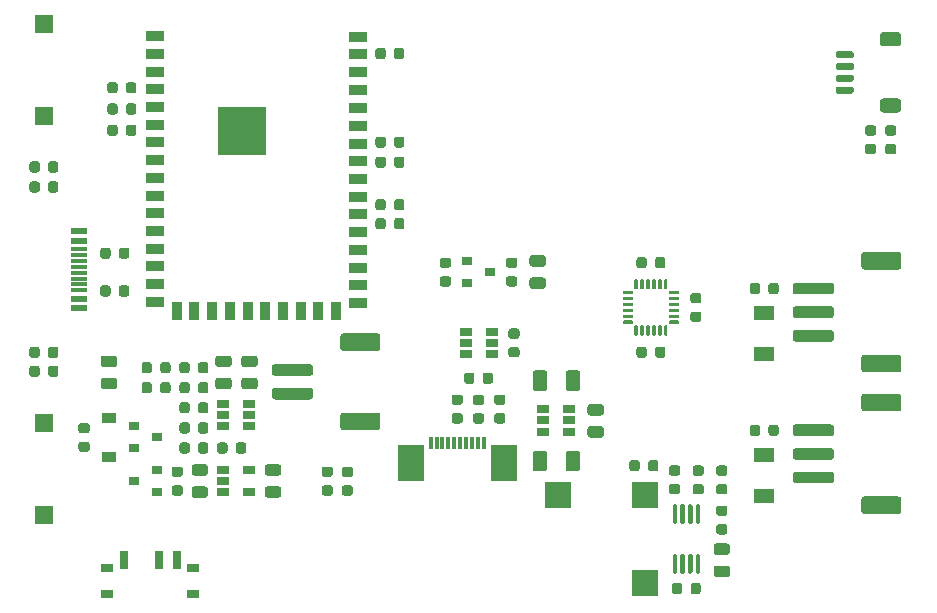
<source format=gtp>
%TF.GenerationSoftware,KiCad,Pcbnew,(5.1.6)-1*%
%TF.CreationDate,2021-03-27T23:39:17-04:00*%
%TF.ProjectId,sharptag,73686172-7074-4616-972e-6b696361645f,rev?*%
%TF.SameCoordinates,Original*%
%TF.FileFunction,Paste,Top*%
%TF.FilePolarity,Positive*%
%FSLAX46Y46*%
G04 Gerber Fmt 4.6, Leading zero omitted, Abs format (unit mm)*
G04 Created by KiCad (PCBNEW (5.1.6)-1) date 2021-03-27 23:39:17*
%MOMM*%
%LPD*%
G01*
G04 APERTURE LIST*
%ADD10R,1.450000X0.300000*%
%ADD11R,1.450000X0.600000*%
%ADD12R,1.200000X0.900000*%
%ADD13R,0.300000X1.100000*%
%ADD14R,2.300000X3.100000*%
%ADD15R,2.195000X2.195000*%
%ADD16R,0.900000X0.800000*%
%ADD17R,1.500000X1.500000*%
%ADD18R,0.700000X1.500000*%
%ADD19R,1.000000X0.800000*%
%ADD20R,1.060000X0.650000*%
%ADD21R,4.100000X4.100000*%
%ADD22R,1.500000X0.900000*%
%ADD23R,0.900000X1.500000*%
%ADD24R,1.700000X1.300000*%
G04 APERTURE END LIST*
%TO.C,R13*%
G36*
G01*
X20143750Y-18575000D02*
X20656250Y-18575000D01*
G75*
G02*
X20875000Y-18793750I0J-218750D01*
G01*
X20875000Y-19231250D01*
G75*
G02*
X20656250Y-19450000I-218750J0D01*
G01*
X20143750Y-19450000D01*
G75*
G02*
X19925000Y-19231250I0J218750D01*
G01*
X19925000Y-18793750D01*
G75*
G02*
X20143750Y-18575000I218750J0D01*
G01*
G37*
G36*
G01*
X20143750Y-20150000D02*
X20656250Y-20150000D01*
G75*
G02*
X20875000Y-20368750I0J-218750D01*
G01*
X20875000Y-20806250D01*
G75*
G02*
X20656250Y-21025000I-218750J0D01*
G01*
X20143750Y-21025000D01*
G75*
G02*
X19925000Y-20806250I0J218750D01*
G01*
X19925000Y-20368750D01*
G75*
G02*
X20143750Y-20150000I218750J0D01*
G01*
G37*
%TD*%
%TO.C,J6*%
G36*
G01*
X31650000Y-20100000D02*
X28650000Y-20100000D01*
G75*
G02*
X28400000Y-19850000I0J250000D01*
G01*
X28400000Y-19350000D01*
G75*
G02*
X28650000Y-19100000I250000J0D01*
G01*
X31650000Y-19100000D01*
G75*
G02*
X31900000Y-19350000I0J-250000D01*
G01*
X31900000Y-19850000D01*
G75*
G02*
X31650000Y-20100000I-250000J0D01*
G01*
G37*
G36*
G01*
X31650000Y-18100000D02*
X28650000Y-18100000D01*
G75*
G02*
X28400000Y-17850000I0J250000D01*
G01*
X28400000Y-17350000D01*
G75*
G02*
X28650000Y-17100000I250000J0D01*
G01*
X31650000Y-17100000D01*
G75*
G02*
X31900000Y-17350000I0J-250000D01*
G01*
X31900000Y-17850000D01*
G75*
G02*
X31650000Y-18100000I-250000J0D01*
G01*
G37*
G36*
G01*
X31650000Y-16100000D02*
X28650000Y-16100000D01*
G75*
G02*
X28400000Y-15850000I0J250000D01*
G01*
X28400000Y-15350000D01*
G75*
G02*
X28650000Y-15100000I250000J0D01*
G01*
X31650000Y-15100000D01*
G75*
G02*
X31900000Y-15350000I0J-250000D01*
G01*
X31900000Y-15850000D01*
G75*
G02*
X31650000Y-16100000I-250000J0D01*
G01*
G37*
G36*
G01*
X37350000Y-22700000D02*
X34450000Y-22700000D01*
G75*
G02*
X34200000Y-22450000I0J250000D01*
G01*
X34200000Y-21450000D01*
G75*
G02*
X34450000Y-21200000I250000J0D01*
G01*
X37350000Y-21200000D01*
G75*
G02*
X37600000Y-21450000I0J-250000D01*
G01*
X37600000Y-22450000D01*
G75*
G02*
X37350000Y-22700000I-250000J0D01*
G01*
G37*
G36*
G01*
X37350000Y-14000000D02*
X34450000Y-14000000D01*
G75*
G02*
X34200000Y-13750000I0J250000D01*
G01*
X34200000Y-12750000D01*
G75*
G02*
X34450000Y-12500000I250000J0D01*
G01*
X37350000Y-12500000D01*
G75*
G02*
X37600000Y-12750000I0J-250000D01*
G01*
X37600000Y-13750000D01*
G75*
G02*
X37350000Y-14000000I-250000J0D01*
G01*
G37*
%TD*%
%TO.C,J3*%
G36*
G01*
X-12450000Y-13000000D02*
X-15450000Y-13000000D01*
G75*
G02*
X-15700000Y-12750000I0J250000D01*
G01*
X-15700000Y-12250000D01*
G75*
G02*
X-15450000Y-12000000I250000J0D01*
G01*
X-12450000Y-12000000D01*
G75*
G02*
X-12200000Y-12250000I0J-250000D01*
G01*
X-12200000Y-12750000D01*
G75*
G02*
X-12450000Y-13000000I-250000J0D01*
G01*
G37*
G36*
G01*
X-12450000Y-11000000D02*
X-15450000Y-11000000D01*
G75*
G02*
X-15700000Y-10750000I0J250000D01*
G01*
X-15700000Y-10250000D01*
G75*
G02*
X-15450000Y-10000000I250000J0D01*
G01*
X-12450000Y-10000000D01*
G75*
G02*
X-12200000Y-10250000I0J-250000D01*
G01*
X-12200000Y-10750000D01*
G75*
G02*
X-12450000Y-11000000I-250000J0D01*
G01*
G37*
G36*
G01*
X-6750000Y-15600000D02*
X-9650000Y-15600000D01*
G75*
G02*
X-9900000Y-15350000I0J250000D01*
G01*
X-9900000Y-14350000D01*
G75*
G02*
X-9650000Y-14100000I250000J0D01*
G01*
X-6750000Y-14100000D01*
G75*
G02*
X-6500000Y-14350000I0J-250000D01*
G01*
X-6500000Y-15350000D01*
G75*
G02*
X-6750000Y-15600000I-250000J0D01*
G01*
G37*
G36*
G01*
X-6750000Y-8900000D02*
X-9650000Y-8900000D01*
G75*
G02*
X-9900000Y-8650000I0J250000D01*
G01*
X-9900000Y-7650000D01*
G75*
G02*
X-9650000Y-7400000I250000J0D01*
G01*
X-6750000Y-7400000D01*
G75*
G02*
X-6500000Y-7650000I0J-250000D01*
G01*
X-6500000Y-8650000D01*
G75*
G02*
X-6750000Y-8900000I-250000J0D01*
G01*
G37*
%TD*%
D10*
%TO.C,J1*%
X-32055000Y-1750000D03*
X-32055000Y-3750000D03*
X-32055000Y-3250000D03*
X-32055000Y-2750000D03*
X-32055000Y-2250000D03*
X-32055000Y-1250000D03*
X-32055000Y-750000D03*
X-32055000Y-250000D03*
D11*
X-32055000Y-5250000D03*
X-32055000Y-4450000D03*
X-32055000Y450000D03*
X-32055000Y1250000D03*
X-32055000Y1250000D03*
X-32055000Y450000D03*
X-32055000Y-4450000D03*
X-32055000Y-5250000D03*
%TD*%
%TO.C,C1*%
G36*
G01*
X256250Y-13450000D02*
X-256250Y-13450000D01*
G75*
G02*
X-475000Y-13231250I0J218750D01*
G01*
X-475000Y-12793750D01*
G75*
G02*
X-256250Y-12575000I218750J0D01*
G01*
X256250Y-12575000D01*
G75*
G02*
X475000Y-12793750I0J-218750D01*
G01*
X475000Y-13231250D01*
G75*
G02*
X256250Y-13450000I-218750J0D01*
G01*
G37*
G36*
G01*
X256250Y-15025000D02*
X-256250Y-15025000D01*
G75*
G02*
X-475000Y-14806250I0J218750D01*
G01*
X-475000Y-14368750D01*
G75*
G02*
X-256250Y-14150000I218750J0D01*
G01*
X256250Y-14150000D01*
G75*
G02*
X475000Y-14368750I0J-218750D01*
G01*
X475000Y-14806250D01*
G75*
G02*
X256250Y-15025000I-218750J0D01*
G01*
G37*
%TD*%
%TO.C,C2*%
G36*
G01*
X-17143750Y-12125000D02*
X-18056250Y-12125000D01*
G75*
G02*
X-18300000Y-11881250I0J243750D01*
G01*
X-18300000Y-11393750D01*
G75*
G02*
X-18056250Y-11150000I243750J0D01*
G01*
X-17143750Y-11150000D01*
G75*
G02*
X-16900000Y-11393750I0J-243750D01*
G01*
X-16900000Y-11881250D01*
G75*
G02*
X-17143750Y-12125000I-243750J0D01*
G01*
G37*
G36*
G01*
X-17143750Y-10250000D02*
X-18056250Y-10250000D01*
G75*
G02*
X-18300000Y-10006250I0J243750D01*
G01*
X-18300000Y-9518750D01*
G75*
G02*
X-18056250Y-9275000I243750J0D01*
G01*
X-17143750Y-9275000D01*
G75*
G02*
X-16900000Y-9518750I0J-243750D01*
G01*
X-16900000Y-10006250D01*
G75*
G02*
X-17143750Y-10250000I-243750J0D01*
G01*
G37*
%TD*%
%TO.C,C3*%
G36*
G01*
X3856250Y-15025000D02*
X3343750Y-15025000D01*
G75*
G02*
X3125000Y-14806250I0J218750D01*
G01*
X3125000Y-14368750D01*
G75*
G02*
X3343750Y-14150000I218750J0D01*
G01*
X3856250Y-14150000D01*
G75*
G02*
X4075000Y-14368750I0J-218750D01*
G01*
X4075000Y-14806250D01*
G75*
G02*
X3856250Y-15025000I-218750J0D01*
G01*
G37*
G36*
G01*
X3856250Y-13450000D02*
X3343750Y-13450000D01*
G75*
G02*
X3125000Y-13231250I0J218750D01*
G01*
X3125000Y-12793750D01*
G75*
G02*
X3343750Y-12575000I218750J0D01*
G01*
X3856250Y-12575000D01*
G75*
G02*
X4075000Y-12793750I0J-218750D01*
G01*
X4075000Y-13231250D01*
G75*
G02*
X3856250Y-13450000I-218750J0D01*
G01*
G37*
%TD*%
%TO.C,C4*%
G36*
G01*
X2056250Y-13450000D02*
X1543750Y-13450000D01*
G75*
G02*
X1325000Y-13231250I0J218750D01*
G01*
X1325000Y-12793750D01*
G75*
G02*
X1543750Y-12575000I218750J0D01*
G01*
X2056250Y-12575000D01*
G75*
G02*
X2275000Y-12793750I0J-218750D01*
G01*
X2275000Y-13231250D01*
G75*
G02*
X2056250Y-13450000I-218750J0D01*
G01*
G37*
G36*
G01*
X2056250Y-15025000D02*
X1543750Y-15025000D01*
G75*
G02*
X1325000Y-14806250I0J218750D01*
G01*
X1325000Y-14368750D01*
G75*
G02*
X1543750Y-14150000I218750J0D01*
G01*
X2056250Y-14150000D01*
G75*
G02*
X2275000Y-14368750I0J-218750D01*
G01*
X2275000Y-14806250D01*
G75*
G02*
X2056250Y-15025000I-218750J0D01*
G01*
G37*
%TD*%
%TO.C,C5*%
G36*
G01*
X-19343750Y-10250000D02*
X-20256250Y-10250000D01*
G75*
G02*
X-20500000Y-10006250I0J243750D01*
G01*
X-20500000Y-9518750D01*
G75*
G02*
X-20256250Y-9275000I243750J0D01*
G01*
X-19343750Y-9275000D01*
G75*
G02*
X-19100000Y-9518750I0J-243750D01*
G01*
X-19100000Y-10006250D01*
G75*
G02*
X-19343750Y-10250000I-243750J0D01*
G01*
G37*
G36*
G01*
X-19343750Y-12125000D02*
X-20256250Y-12125000D01*
G75*
G02*
X-20500000Y-11881250I0J243750D01*
G01*
X-20500000Y-11393750D01*
G75*
G02*
X-20256250Y-11150000I243750J0D01*
G01*
X-19343750Y-11150000D01*
G75*
G02*
X-19100000Y-11393750I0J-243750D01*
G01*
X-19100000Y-11881250D01*
G75*
G02*
X-19343750Y-12125000I-243750J0D01*
G01*
G37*
%TD*%
%TO.C,C6*%
G36*
G01*
X22143750Y-18575000D02*
X22656250Y-18575000D01*
G75*
G02*
X22875000Y-18793750I0J-218750D01*
G01*
X22875000Y-19231250D01*
G75*
G02*
X22656250Y-19450000I-218750J0D01*
G01*
X22143750Y-19450000D01*
G75*
G02*
X21925000Y-19231250I0J218750D01*
G01*
X21925000Y-18793750D01*
G75*
G02*
X22143750Y-18575000I218750J0D01*
G01*
G37*
G36*
G01*
X22143750Y-20150000D02*
X22656250Y-20150000D01*
G75*
G02*
X22875000Y-20368750I0J-218750D01*
G01*
X22875000Y-20806250D01*
G75*
G02*
X22656250Y-21025000I-218750J0D01*
G01*
X22143750Y-21025000D01*
G75*
G02*
X21925000Y-20806250I0J218750D01*
G01*
X21925000Y-20368750D01*
G75*
G02*
X22143750Y-20150000I218750J0D01*
G01*
G37*
%TD*%
%TO.C,C7*%
G36*
G01*
X15450000Y-18343750D02*
X15450000Y-18856250D01*
G75*
G02*
X15231250Y-19075000I-218750J0D01*
G01*
X14793750Y-19075000D01*
G75*
G02*
X14575000Y-18856250I0J218750D01*
G01*
X14575000Y-18343750D01*
G75*
G02*
X14793750Y-18125000I218750J0D01*
G01*
X15231250Y-18125000D01*
G75*
G02*
X15450000Y-18343750I0J-218750D01*
G01*
G37*
G36*
G01*
X17025000Y-18343750D02*
X17025000Y-18856250D01*
G75*
G02*
X16806250Y-19075000I-218750J0D01*
G01*
X16368750Y-19075000D01*
G75*
G02*
X16150000Y-18856250I0J218750D01*
G01*
X16150000Y-18343750D01*
G75*
G02*
X16368750Y-18125000I218750J0D01*
G01*
X16806250Y-18125000D01*
G75*
G02*
X17025000Y-18343750I0J-218750D01*
G01*
G37*
%TD*%
%TO.C,C8*%
G36*
G01*
X-21343750Y-21325000D02*
X-22256250Y-21325000D01*
G75*
G02*
X-22500000Y-21081250I0J243750D01*
G01*
X-22500000Y-20593750D01*
G75*
G02*
X-22256250Y-20350000I243750J0D01*
G01*
X-21343750Y-20350000D01*
G75*
G02*
X-21100000Y-20593750I0J-243750D01*
G01*
X-21100000Y-21081250D01*
G75*
G02*
X-21343750Y-21325000I-243750J0D01*
G01*
G37*
G36*
G01*
X-21343750Y-19450000D02*
X-22256250Y-19450000D01*
G75*
G02*
X-22500000Y-19206250I0J243750D01*
G01*
X-22500000Y-18718750D01*
G75*
G02*
X-22256250Y-18475000I243750J0D01*
G01*
X-21343750Y-18475000D01*
G75*
G02*
X-21100000Y-18718750I0J-243750D01*
G01*
X-21100000Y-19206250D01*
G75*
G02*
X-21343750Y-19450000I-243750J0D01*
G01*
G37*
%TD*%
%TO.C,C9*%
G36*
G01*
X-16056250Y-20350000D02*
X-15143750Y-20350000D01*
G75*
G02*
X-14900000Y-20593750I0J-243750D01*
G01*
X-14900000Y-21081250D01*
G75*
G02*
X-15143750Y-21325000I-243750J0D01*
G01*
X-16056250Y-21325000D01*
G75*
G02*
X-16300000Y-21081250I0J243750D01*
G01*
X-16300000Y-20593750D01*
G75*
G02*
X-16056250Y-20350000I243750J0D01*
G01*
G37*
G36*
G01*
X-16056250Y-18475000D02*
X-15143750Y-18475000D01*
G75*
G02*
X-14900000Y-18718750I0J-243750D01*
G01*
X-14900000Y-19206250D01*
G75*
G02*
X-15143750Y-19450000I-243750J0D01*
G01*
X-16056250Y-19450000D01*
G75*
G02*
X-16300000Y-19206250I0J243750D01*
G01*
X-16300000Y-18718750D01*
G75*
G02*
X-16056250Y-18475000I243750J0D01*
G01*
G37*
%TD*%
%TO.C,C10*%
G36*
G01*
X18175000Y-29256250D02*
X18175000Y-28743750D01*
G75*
G02*
X18393750Y-28525000I218750J0D01*
G01*
X18831250Y-28525000D01*
G75*
G02*
X19050000Y-28743750I0J-218750D01*
G01*
X19050000Y-29256250D01*
G75*
G02*
X18831250Y-29475000I-218750J0D01*
G01*
X18393750Y-29475000D01*
G75*
G02*
X18175000Y-29256250I0J218750D01*
G01*
G37*
G36*
G01*
X19750000Y-29256250D02*
X19750000Y-28743750D01*
G75*
G02*
X19968750Y-28525000I218750J0D01*
G01*
X20406250Y-28525000D01*
G75*
G02*
X20625000Y-28743750I0J-218750D01*
G01*
X20625000Y-29256250D01*
G75*
G02*
X20406250Y-29475000I-218750J0D01*
G01*
X19968750Y-29475000D01*
G75*
G02*
X19750000Y-29256250I0J218750D01*
G01*
G37*
%TD*%
%TO.C,C11*%
G36*
G01*
X21943750Y-25175000D02*
X22856250Y-25175000D01*
G75*
G02*
X23100000Y-25418750I0J-243750D01*
G01*
X23100000Y-25906250D01*
G75*
G02*
X22856250Y-26150000I-243750J0D01*
G01*
X21943750Y-26150000D01*
G75*
G02*
X21700000Y-25906250I0J243750D01*
G01*
X21700000Y-25418750D01*
G75*
G02*
X21943750Y-25175000I243750J0D01*
G01*
G37*
G36*
G01*
X21943750Y-27050000D02*
X22856250Y-27050000D01*
G75*
G02*
X23100000Y-27293750I0J-243750D01*
G01*
X23100000Y-27781250D01*
G75*
G02*
X22856250Y-28025000I-243750J0D01*
G01*
X21943750Y-28025000D01*
G75*
G02*
X21700000Y-27781250I0J243750D01*
G01*
X21700000Y-27293750D01*
G75*
G02*
X21943750Y-27050000I243750J0D01*
G01*
G37*
%TD*%
%TO.C,C12*%
G36*
G01*
X-5350000Y1643750D02*
X-5350000Y2156250D01*
G75*
G02*
X-5131250Y2375000I218750J0D01*
G01*
X-4693750Y2375000D01*
G75*
G02*
X-4475000Y2156250I0J-218750D01*
G01*
X-4475000Y1643750D01*
G75*
G02*
X-4693750Y1425000I-218750J0D01*
G01*
X-5131250Y1425000D01*
G75*
G02*
X-5350000Y1643750I0J218750D01*
G01*
G37*
G36*
G01*
X-6925000Y1643750D02*
X-6925000Y2156250D01*
G75*
G02*
X-6706250Y2375000I218750J0D01*
G01*
X-6268750Y2375000D01*
G75*
G02*
X-6050000Y2156250I0J-218750D01*
G01*
X-6050000Y1643750D01*
G75*
G02*
X-6268750Y1425000I-218750J0D01*
G01*
X-6706250Y1425000D01*
G75*
G02*
X-6925000Y1643750I0J218750D01*
G01*
G37*
%TD*%
%TO.C,C13*%
G36*
G01*
X6375000Y-18825000D02*
X6375000Y-17575000D01*
G75*
G02*
X6625000Y-17325000I250000J0D01*
G01*
X7375000Y-17325000D01*
G75*
G02*
X7625000Y-17575000I0J-250000D01*
G01*
X7625000Y-18825000D01*
G75*
G02*
X7375000Y-19075000I-250000J0D01*
G01*
X6625000Y-19075000D01*
G75*
G02*
X6375000Y-18825000I0J250000D01*
G01*
G37*
G36*
G01*
X9175000Y-18825000D02*
X9175000Y-17575000D01*
G75*
G02*
X9425000Y-17325000I250000J0D01*
G01*
X10175000Y-17325000D01*
G75*
G02*
X10425000Y-17575000I0J-250000D01*
G01*
X10425000Y-18825000D01*
G75*
G02*
X10175000Y-19075000I-250000J0D01*
G01*
X9425000Y-19075000D01*
G75*
G02*
X9175000Y-18825000I0J250000D01*
G01*
G37*
%TD*%
%TO.C,C14*%
G36*
G01*
X-23525000Y-10556250D02*
X-23525000Y-10043750D01*
G75*
G02*
X-23306250Y-9825000I218750J0D01*
G01*
X-22868750Y-9825000D01*
G75*
G02*
X-22650000Y-10043750I0J-218750D01*
G01*
X-22650000Y-10556250D01*
G75*
G02*
X-22868750Y-10775000I-218750J0D01*
G01*
X-23306250Y-10775000D01*
G75*
G02*
X-23525000Y-10556250I0J218750D01*
G01*
G37*
G36*
G01*
X-21950000Y-10556250D02*
X-21950000Y-10043750D01*
G75*
G02*
X-21731250Y-9825000I218750J0D01*
G01*
X-21293750Y-9825000D01*
G75*
G02*
X-21075000Y-10043750I0J-218750D01*
G01*
X-21075000Y-10556250D01*
G75*
G02*
X-21293750Y-10775000I-218750J0D01*
G01*
X-21731250Y-10775000D01*
G75*
G02*
X-21950000Y-10556250I0J218750D01*
G01*
G37*
%TD*%
%TO.C,C15*%
G36*
G01*
X16050000Y-8743750D02*
X16050000Y-9256250D01*
G75*
G02*
X15831250Y-9475000I-218750J0D01*
G01*
X15393750Y-9475000D01*
G75*
G02*
X15175000Y-9256250I0J218750D01*
G01*
X15175000Y-8743750D01*
G75*
G02*
X15393750Y-8525000I218750J0D01*
G01*
X15831250Y-8525000D01*
G75*
G02*
X16050000Y-8743750I0J-218750D01*
G01*
G37*
G36*
G01*
X17625000Y-8743750D02*
X17625000Y-9256250D01*
G75*
G02*
X17406250Y-9475000I-218750J0D01*
G01*
X16968750Y-9475000D01*
G75*
G02*
X16750000Y-9256250I0J218750D01*
G01*
X16750000Y-8743750D01*
G75*
G02*
X16968750Y-8525000I218750J0D01*
G01*
X17406250Y-8525000D01*
G75*
G02*
X17625000Y-8743750I0J-218750D01*
G01*
G37*
%TD*%
%TO.C,C16*%
G36*
G01*
X16050000Y-1143750D02*
X16050000Y-1656250D01*
G75*
G02*
X15831250Y-1875000I-218750J0D01*
G01*
X15393750Y-1875000D01*
G75*
G02*
X15175000Y-1656250I0J218750D01*
G01*
X15175000Y-1143750D01*
G75*
G02*
X15393750Y-925000I218750J0D01*
G01*
X15831250Y-925000D01*
G75*
G02*
X16050000Y-1143750I0J-218750D01*
G01*
G37*
G36*
G01*
X17625000Y-1143750D02*
X17625000Y-1656250D01*
G75*
G02*
X17406250Y-1875000I-218750J0D01*
G01*
X16968750Y-1875000D01*
G75*
G02*
X16750000Y-1656250I0J218750D01*
G01*
X16750000Y-1143750D01*
G75*
G02*
X16968750Y-925000I218750J0D01*
G01*
X17406250Y-925000D01*
G75*
G02*
X17625000Y-1143750I0J-218750D01*
G01*
G37*
%TD*%
%TO.C,C17*%
G36*
G01*
X11261750Y-15250000D02*
X12174250Y-15250000D01*
G75*
G02*
X12418000Y-15493750I0J-243750D01*
G01*
X12418000Y-15981250D01*
G75*
G02*
X12174250Y-16225000I-243750J0D01*
G01*
X11261750Y-16225000D01*
G75*
G02*
X11018000Y-15981250I0J243750D01*
G01*
X11018000Y-15493750D01*
G75*
G02*
X11261750Y-15250000I243750J0D01*
G01*
G37*
G36*
G01*
X11261750Y-13375000D02*
X12174250Y-13375000D01*
G75*
G02*
X12418000Y-13618750I0J-243750D01*
G01*
X12418000Y-14106250D01*
G75*
G02*
X12174250Y-14350000I-243750J0D01*
G01*
X11261750Y-14350000D01*
G75*
G02*
X11018000Y-14106250I0J243750D01*
G01*
X11018000Y-13618750D01*
G75*
G02*
X11261750Y-13375000I243750J0D01*
G01*
G37*
%TD*%
%TO.C,C18*%
G36*
G01*
X20456250Y-6425000D02*
X19943750Y-6425000D01*
G75*
G02*
X19725000Y-6206250I0J218750D01*
G01*
X19725000Y-5768750D01*
G75*
G02*
X19943750Y-5550000I218750J0D01*
G01*
X20456250Y-5550000D01*
G75*
G02*
X20675000Y-5768750I0J-218750D01*
G01*
X20675000Y-6206250D01*
G75*
G02*
X20456250Y-6425000I-218750J0D01*
G01*
G37*
G36*
G01*
X20456250Y-4850000D02*
X19943750Y-4850000D01*
G75*
G02*
X19725000Y-4631250I0J218750D01*
G01*
X19725000Y-4193750D01*
G75*
G02*
X19943750Y-3975000I218750J0D01*
G01*
X20456250Y-3975000D01*
G75*
G02*
X20675000Y-4193750I0J-218750D01*
G01*
X20675000Y-4631250D01*
G75*
G02*
X20456250Y-4850000I-218750J0D01*
G01*
G37*
%TD*%
%TO.C,C19*%
G36*
G01*
X9175000Y-12025000D02*
X9175000Y-10775000D01*
G75*
G02*
X9425000Y-10525000I250000J0D01*
G01*
X10175000Y-10525000D01*
G75*
G02*
X10425000Y-10775000I0J-250000D01*
G01*
X10425000Y-12025000D01*
G75*
G02*
X10175000Y-12275000I-250000J0D01*
G01*
X9425000Y-12275000D01*
G75*
G02*
X9175000Y-12025000I0J250000D01*
G01*
G37*
G36*
G01*
X6375000Y-12025000D02*
X6375000Y-10775000D01*
G75*
G02*
X6625000Y-10525000I250000J0D01*
G01*
X7375000Y-10525000D01*
G75*
G02*
X7625000Y-10775000I0J-250000D01*
G01*
X7625000Y-12025000D01*
G75*
G02*
X7375000Y-12275000I-250000J0D01*
G01*
X6625000Y-12275000D01*
G75*
G02*
X6375000Y-12025000I0J250000D01*
G01*
G37*
%TD*%
%TO.C,C20*%
G36*
G01*
X3025000Y-10943750D02*
X3025000Y-11456250D01*
G75*
G02*
X2806250Y-11675000I-218750J0D01*
G01*
X2368750Y-11675000D01*
G75*
G02*
X2150000Y-11456250I0J218750D01*
G01*
X2150000Y-10943750D01*
G75*
G02*
X2368750Y-10725000I218750J0D01*
G01*
X2806250Y-10725000D01*
G75*
G02*
X3025000Y-10943750I0J-218750D01*
G01*
G37*
G36*
G01*
X1450000Y-10943750D02*
X1450000Y-11456250D01*
G75*
G02*
X1231250Y-11675000I-218750J0D01*
G01*
X793750Y-11675000D01*
G75*
G02*
X575000Y-11456250I0J218750D01*
G01*
X575000Y-10943750D01*
G75*
G02*
X793750Y-10725000I218750J0D01*
G01*
X1231250Y-10725000D01*
G75*
G02*
X1450000Y-10943750I0J-218750D01*
G01*
G37*
%TD*%
%TO.C,D1*%
G36*
G01*
X-17875000Y-16843750D02*
X-17875000Y-17356250D01*
G75*
G02*
X-18093750Y-17575000I-218750J0D01*
G01*
X-18531250Y-17575000D01*
G75*
G02*
X-18750000Y-17356250I0J218750D01*
G01*
X-18750000Y-16843750D01*
G75*
G02*
X-18531250Y-16625000I218750J0D01*
G01*
X-18093750Y-16625000D01*
G75*
G02*
X-17875000Y-16843750I0J-218750D01*
G01*
G37*
G36*
G01*
X-19450000Y-16843750D02*
X-19450000Y-17356250D01*
G75*
G02*
X-19668750Y-17575000I-218750J0D01*
G01*
X-20106250Y-17575000D01*
G75*
G02*
X-20325000Y-17356250I0J218750D01*
G01*
X-20325000Y-16843750D01*
G75*
G02*
X-20106250Y-16625000I218750J0D01*
G01*
X-19668750Y-16625000D01*
G75*
G02*
X-19450000Y-16843750I0J-218750D01*
G01*
G37*
%TD*%
%TO.C,D2*%
G36*
G01*
X-22650000Y-13443750D02*
X-22650000Y-13956250D01*
G75*
G02*
X-22868750Y-14175000I-218750J0D01*
G01*
X-23306250Y-14175000D01*
G75*
G02*
X-23525000Y-13956250I0J218750D01*
G01*
X-23525000Y-13443750D01*
G75*
G02*
X-23306250Y-13225000I218750J0D01*
G01*
X-22868750Y-13225000D01*
G75*
G02*
X-22650000Y-13443750I0J-218750D01*
G01*
G37*
G36*
G01*
X-21075000Y-13443750D02*
X-21075000Y-13956250D01*
G75*
G02*
X-21293750Y-14175000I-218750J0D01*
G01*
X-21731250Y-14175000D01*
G75*
G02*
X-21950000Y-13956250I0J218750D01*
G01*
X-21950000Y-13443750D01*
G75*
G02*
X-21731250Y-13225000I218750J0D01*
G01*
X-21293750Y-13225000D01*
G75*
G02*
X-21075000Y-13443750I0J-218750D01*
G01*
G37*
%TD*%
D12*
%TO.C,D3*%
X-29500000Y-17850000D03*
X-29500000Y-14550000D03*
%TD*%
%TO.C,D4*%
G36*
G01*
X-33775000Y-10343750D02*
X-33775000Y-10856250D01*
G75*
G02*
X-33993750Y-11075000I-218750J0D01*
G01*
X-34431250Y-11075000D01*
G75*
G02*
X-34650000Y-10856250I0J218750D01*
G01*
X-34650000Y-10343750D01*
G75*
G02*
X-34431250Y-10125000I218750J0D01*
G01*
X-33993750Y-10125000D01*
G75*
G02*
X-33775000Y-10343750I0J-218750D01*
G01*
G37*
G36*
G01*
X-35350000Y-10343750D02*
X-35350000Y-10856250D01*
G75*
G02*
X-35568750Y-11075000I-218750J0D01*
G01*
X-36006250Y-11075000D01*
G75*
G02*
X-36225000Y-10856250I0J218750D01*
G01*
X-36225000Y-10343750D01*
G75*
G02*
X-36006250Y-10125000I218750J0D01*
G01*
X-35568750Y-10125000D01*
G75*
G02*
X-35350000Y-10343750I0J-218750D01*
G01*
G37*
%TD*%
%TO.C,D5*%
G36*
G01*
X36956250Y9350000D02*
X36443750Y9350000D01*
G75*
G02*
X36225000Y9568750I0J218750D01*
G01*
X36225000Y10006250D01*
G75*
G02*
X36443750Y10225000I218750J0D01*
G01*
X36956250Y10225000D01*
G75*
G02*
X37175000Y10006250I0J-218750D01*
G01*
X37175000Y9568750D01*
G75*
G02*
X36956250Y9350000I-218750J0D01*
G01*
G37*
G36*
G01*
X36956250Y7775000D02*
X36443750Y7775000D01*
G75*
G02*
X36225000Y7993750I0J218750D01*
G01*
X36225000Y8431250D01*
G75*
G02*
X36443750Y8650000I218750J0D01*
G01*
X36956250Y8650000D01*
G75*
G02*
X37175000Y8431250I0J-218750D01*
G01*
X37175000Y7993750D01*
G75*
G02*
X36956250Y7775000I-218750J0D01*
G01*
G37*
%TD*%
%TO.C,D6*%
G36*
G01*
X-33775000Y6956250D02*
X-33775000Y6443750D01*
G75*
G02*
X-33993750Y6225000I-218750J0D01*
G01*
X-34431250Y6225000D01*
G75*
G02*
X-34650000Y6443750I0J218750D01*
G01*
X-34650000Y6956250D01*
G75*
G02*
X-34431250Y7175000I218750J0D01*
G01*
X-33993750Y7175000D01*
G75*
G02*
X-33775000Y6956250I0J-218750D01*
G01*
G37*
G36*
G01*
X-35350000Y6956250D02*
X-35350000Y6443750D01*
G75*
G02*
X-35568750Y6225000I-218750J0D01*
G01*
X-36006250Y6225000D01*
G75*
G02*
X-36225000Y6443750I0J218750D01*
G01*
X-36225000Y6956250D01*
G75*
G02*
X-36006250Y7175000I218750J0D01*
G01*
X-35568750Y7175000D01*
G75*
G02*
X-35350000Y6956250I0J-218750D01*
G01*
G37*
%TD*%
D13*
%TO.C,J2*%
X-2254000Y-16684000D03*
X-1754000Y-16684000D03*
X-1254000Y-16684000D03*
X-754000Y-16684000D03*
X-254000Y-16684000D03*
X246000Y-16684000D03*
X746000Y-16684000D03*
X1246000Y-16684000D03*
X1746000Y-16684000D03*
X2246000Y-16684000D03*
D14*
X-3924000Y-18384000D03*
X3916000Y-18384000D03*
%TD*%
%TO.C,J4*%
G36*
G01*
X33425000Y12900000D02*
X32175000Y12900000D01*
G75*
G02*
X32025000Y13050000I0J150000D01*
G01*
X32025000Y13350000D01*
G75*
G02*
X32175000Y13500000I150000J0D01*
G01*
X33425000Y13500000D01*
G75*
G02*
X33575000Y13350000I0J-150000D01*
G01*
X33575000Y13050000D01*
G75*
G02*
X33425000Y12900000I-150000J0D01*
G01*
G37*
G36*
G01*
X33425000Y13900000D02*
X32175000Y13900000D01*
G75*
G02*
X32025000Y14050000I0J150000D01*
G01*
X32025000Y14350000D01*
G75*
G02*
X32175000Y14500000I150000J0D01*
G01*
X33425000Y14500000D01*
G75*
G02*
X33575000Y14350000I0J-150000D01*
G01*
X33575000Y14050000D01*
G75*
G02*
X33425000Y13900000I-150000J0D01*
G01*
G37*
G36*
G01*
X33425000Y14900000D02*
X32175000Y14900000D01*
G75*
G02*
X32025000Y15050000I0J150000D01*
G01*
X32025000Y15350000D01*
G75*
G02*
X32175000Y15500000I150000J0D01*
G01*
X33425000Y15500000D01*
G75*
G02*
X33575000Y15350000I0J-150000D01*
G01*
X33575000Y15050000D01*
G75*
G02*
X33425000Y14900000I-150000J0D01*
G01*
G37*
G36*
G01*
X33425000Y15900000D02*
X32175000Y15900000D01*
G75*
G02*
X32025000Y16050000I0J150000D01*
G01*
X32025000Y16350000D01*
G75*
G02*
X32175000Y16500000I150000J0D01*
G01*
X33425000Y16500000D01*
G75*
G02*
X33575000Y16350000I0J-150000D01*
G01*
X33575000Y16050000D01*
G75*
G02*
X33425000Y15900000I-150000J0D01*
G01*
G37*
G36*
G01*
X37325001Y11300000D02*
X36024999Y11300000D01*
G75*
G02*
X35775000Y11549999I0J249999D01*
G01*
X35775000Y12250001D01*
G75*
G02*
X36024999Y12500000I249999J0D01*
G01*
X37325001Y12500000D01*
G75*
G02*
X37575000Y12250001I0J-249999D01*
G01*
X37575000Y11549999D01*
G75*
G02*
X37325001Y11300000I-249999J0D01*
G01*
G37*
G36*
G01*
X37325001Y16900000D02*
X36024999Y16900000D01*
G75*
G02*
X35775000Y17149999I0J249999D01*
G01*
X35775000Y17850001D01*
G75*
G02*
X36024999Y18100000I249999J0D01*
G01*
X37325001Y18100000D01*
G75*
G02*
X37575000Y17850001I0J-249999D01*
G01*
X37575000Y17149999D01*
G75*
G02*
X37325001Y16900000I-249999J0D01*
G01*
G37*
%TD*%
D15*
%TO.C,LS1*%
X8500000Y-21100000D03*
X15900000Y-21100000D03*
X15900000Y-28500000D03*
%TD*%
D16*
%TO.C,Q1*%
X-27408000Y-15208000D03*
X-27408000Y-17108000D03*
X-25408000Y-16158000D03*
%TD*%
%TO.C,Q2*%
X-27400000Y-19900000D03*
X-25400000Y-18950000D03*
X-25400000Y-20850000D03*
%TD*%
%TO.C,R1*%
G36*
G01*
X-4475000Y16556250D02*
X-4475000Y16043750D01*
G75*
G02*
X-4693750Y15825000I-218750J0D01*
G01*
X-5131250Y15825000D01*
G75*
G02*
X-5350000Y16043750I0J218750D01*
G01*
X-5350000Y16556250D01*
G75*
G02*
X-5131250Y16775000I218750J0D01*
G01*
X-4693750Y16775000D01*
G75*
G02*
X-4475000Y16556250I0J-218750D01*
G01*
G37*
G36*
G01*
X-6050000Y16556250D02*
X-6050000Y16043750D01*
G75*
G02*
X-6268750Y15825000I-218750J0D01*
G01*
X-6706250Y15825000D01*
G75*
G02*
X-6925000Y16043750I0J218750D01*
G01*
X-6925000Y16556250D01*
G75*
G02*
X-6706250Y16775000I218750J0D01*
G01*
X-6268750Y16775000D01*
G75*
G02*
X-6050000Y16556250I0J-218750D01*
G01*
G37*
%TD*%
%TO.C,R2*%
G36*
G01*
X-23525000Y-17356250D02*
X-23525000Y-16843750D01*
G75*
G02*
X-23306250Y-16625000I218750J0D01*
G01*
X-22868750Y-16625000D01*
G75*
G02*
X-22650000Y-16843750I0J-218750D01*
G01*
X-22650000Y-17356250D01*
G75*
G02*
X-22868750Y-17575000I-218750J0D01*
G01*
X-23306250Y-17575000D01*
G75*
G02*
X-23525000Y-17356250I0J218750D01*
G01*
G37*
G36*
G01*
X-21950000Y-17356250D02*
X-21950000Y-16843750D01*
G75*
G02*
X-21731250Y-16625000I218750J0D01*
G01*
X-21293750Y-16625000D01*
G75*
G02*
X-21075000Y-16843750I0J-218750D01*
G01*
X-21075000Y-17356250D01*
G75*
G02*
X-21293750Y-17575000I-218750J0D01*
G01*
X-21731250Y-17575000D01*
G75*
G02*
X-21950000Y-17356250I0J218750D01*
G01*
G37*
%TD*%
%TO.C,R3*%
G36*
G01*
X-9043750Y-19550000D02*
X-9556250Y-19550000D01*
G75*
G02*
X-9775000Y-19331250I0J218750D01*
G01*
X-9775000Y-18893750D01*
G75*
G02*
X-9556250Y-18675000I218750J0D01*
G01*
X-9043750Y-18675000D01*
G75*
G02*
X-8825000Y-18893750I0J-218750D01*
G01*
X-8825000Y-19331250D01*
G75*
G02*
X-9043750Y-19550000I-218750J0D01*
G01*
G37*
G36*
G01*
X-9043750Y-21125000D02*
X-9556250Y-21125000D01*
G75*
G02*
X-9775000Y-20906250I0J218750D01*
G01*
X-9775000Y-20468750D01*
G75*
G02*
X-9556250Y-20250000I218750J0D01*
G01*
X-9043750Y-20250000D01*
G75*
G02*
X-8825000Y-20468750I0J-218750D01*
G01*
X-8825000Y-20906250D01*
G75*
G02*
X-9043750Y-21125000I-218750J0D01*
G01*
G37*
%TD*%
%TO.C,R4*%
G36*
G01*
X-30225000Y-4056250D02*
X-30225000Y-3543750D01*
G75*
G02*
X-30006250Y-3325000I218750J0D01*
G01*
X-29568750Y-3325000D01*
G75*
G02*
X-29350000Y-3543750I0J-218750D01*
G01*
X-29350000Y-4056250D01*
G75*
G02*
X-29568750Y-4275000I-218750J0D01*
G01*
X-30006250Y-4275000D01*
G75*
G02*
X-30225000Y-4056250I0J218750D01*
G01*
G37*
G36*
G01*
X-28650000Y-4056250D02*
X-28650000Y-3543750D01*
G75*
G02*
X-28431250Y-3325000I218750J0D01*
G01*
X-27993750Y-3325000D01*
G75*
G02*
X-27775000Y-3543750I0J-218750D01*
G01*
X-27775000Y-4056250D01*
G75*
G02*
X-27993750Y-4275000I-218750J0D01*
G01*
X-28431250Y-4275000D01*
G75*
G02*
X-28650000Y-4056250I0J218750D01*
G01*
G37*
%TD*%
%TO.C,R5*%
G36*
G01*
X-10743750Y-21125000D02*
X-11256250Y-21125000D01*
G75*
G02*
X-11475000Y-20906250I0J218750D01*
G01*
X-11475000Y-20468750D01*
G75*
G02*
X-11256250Y-20250000I218750J0D01*
G01*
X-10743750Y-20250000D01*
G75*
G02*
X-10525000Y-20468750I0J-218750D01*
G01*
X-10525000Y-20906250D01*
G75*
G02*
X-10743750Y-21125000I-218750J0D01*
G01*
G37*
G36*
G01*
X-10743750Y-19550000D02*
X-11256250Y-19550000D01*
G75*
G02*
X-11475000Y-19331250I0J218750D01*
G01*
X-11475000Y-18893750D01*
G75*
G02*
X-11256250Y-18675000I218750J0D01*
G01*
X-10743750Y-18675000D01*
G75*
G02*
X-10525000Y-18893750I0J-218750D01*
G01*
X-10525000Y-19331250D01*
G75*
G02*
X-10743750Y-19550000I-218750J0D01*
G01*
G37*
%TD*%
%TO.C,R6*%
G36*
G01*
X-21950000Y-12256250D02*
X-21950000Y-11743750D01*
G75*
G02*
X-21731250Y-11525000I218750J0D01*
G01*
X-21293750Y-11525000D01*
G75*
G02*
X-21075000Y-11743750I0J-218750D01*
G01*
X-21075000Y-12256250D01*
G75*
G02*
X-21293750Y-12475000I-218750J0D01*
G01*
X-21731250Y-12475000D01*
G75*
G02*
X-21950000Y-12256250I0J218750D01*
G01*
G37*
G36*
G01*
X-23525000Y-12256250D02*
X-23525000Y-11743750D01*
G75*
G02*
X-23306250Y-11525000I218750J0D01*
G01*
X-22868750Y-11525000D01*
G75*
G02*
X-22650000Y-11743750I0J-218750D01*
G01*
X-22650000Y-12256250D01*
G75*
G02*
X-22868750Y-12475000I-218750J0D01*
G01*
X-23306250Y-12475000D01*
G75*
G02*
X-23525000Y-12256250I0J218750D01*
G01*
G37*
%TD*%
%TO.C,R7*%
G36*
G01*
X-28650000Y-856250D02*
X-28650000Y-343750D01*
G75*
G02*
X-28431250Y-125000I218750J0D01*
G01*
X-27993750Y-125000D01*
G75*
G02*
X-27775000Y-343750I0J-218750D01*
G01*
X-27775000Y-856250D01*
G75*
G02*
X-27993750Y-1075000I-218750J0D01*
G01*
X-28431250Y-1075000D01*
G75*
G02*
X-28650000Y-856250I0J218750D01*
G01*
G37*
G36*
G01*
X-30225000Y-856250D02*
X-30225000Y-343750D01*
G75*
G02*
X-30006250Y-125000I218750J0D01*
G01*
X-29568750Y-125000D01*
G75*
G02*
X-29350000Y-343750I0J-218750D01*
G01*
X-29350000Y-856250D01*
G75*
G02*
X-29568750Y-1075000I-218750J0D01*
G01*
X-30006250Y-1075000D01*
G75*
G02*
X-30225000Y-856250I0J218750D01*
G01*
G37*
%TD*%
%TO.C,R8*%
G36*
G01*
X-29625000Y11343750D02*
X-29625000Y11856250D01*
G75*
G02*
X-29406250Y12075000I218750J0D01*
G01*
X-28968750Y12075000D01*
G75*
G02*
X-28750000Y11856250I0J-218750D01*
G01*
X-28750000Y11343750D01*
G75*
G02*
X-28968750Y11125000I-218750J0D01*
G01*
X-29406250Y11125000D01*
G75*
G02*
X-29625000Y11343750I0J218750D01*
G01*
G37*
G36*
G01*
X-28050000Y11343750D02*
X-28050000Y11856250D01*
G75*
G02*
X-27831250Y12075000I218750J0D01*
G01*
X-27393750Y12075000D01*
G75*
G02*
X-27175000Y11856250I0J-218750D01*
G01*
X-27175000Y11343750D01*
G75*
G02*
X-27393750Y11125000I-218750J0D01*
G01*
X-27831250Y11125000D01*
G75*
G02*
X-28050000Y11343750I0J218750D01*
G01*
G37*
%TD*%
%TO.C,R9*%
G36*
G01*
X-22650000Y-15143750D02*
X-22650000Y-15656250D01*
G75*
G02*
X-22868750Y-15875000I-218750J0D01*
G01*
X-23306250Y-15875000D01*
G75*
G02*
X-23525000Y-15656250I0J218750D01*
G01*
X-23525000Y-15143750D01*
G75*
G02*
X-23306250Y-14925000I218750J0D01*
G01*
X-22868750Y-14925000D01*
G75*
G02*
X-22650000Y-15143750I0J-218750D01*
G01*
G37*
G36*
G01*
X-21075000Y-15143750D02*
X-21075000Y-15656250D01*
G75*
G02*
X-21293750Y-15875000I-218750J0D01*
G01*
X-21731250Y-15875000D01*
G75*
G02*
X-21950000Y-15656250I0J218750D01*
G01*
X-21950000Y-15143750D01*
G75*
G02*
X-21731250Y-14925000I218750J0D01*
G01*
X-21293750Y-14925000D01*
G75*
G02*
X-21075000Y-15143750I0J-218750D01*
G01*
G37*
%TD*%
%TO.C,R10*%
G36*
G01*
X-28050000Y13143750D02*
X-28050000Y13656250D01*
G75*
G02*
X-27831250Y13875000I218750J0D01*
G01*
X-27393750Y13875000D01*
G75*
G02*
X-27175000Y13656250I0J-218750D01*
G01*
X-27175000Y13143750D01*
G75*
G02*
X-27393750Y12925000I-218750J0D01*
G01*
X-27831250Y12925000D01*
G75*
G02*
X-28050000Y13143750I0J218750D01*
G01*
G37*
G36*
G01*
X-29625000Y13143750D02*
X-29625000Y13656250D01*
G75*
G02*
X-29406250Y13875000I218750J0D01*
G01*
X-28968750Y13875000D01*
G75*
G02*
X-28750000Y13656250I0J-218750D01*
G01*
X-28750000Y13143750D01*
G75*
G02*
X-28968750Y12925000I-218750J0D01*
G01*
X-29406250Y12925000D01*
G75*
G02*
X-29625000Y13143750I0J218750D01*
G01*
G37*
%TD*%
%TO.C,R11*%
G36*
G01*
X-31343750Y-17425000D02*
X-31856250Y-17425000D01*
G75*
G02*
X-32075000Y-17206250I0J218750D01*
G01*
X-32075000Y-16768750D01*
G75*
G02*
X-31856250Y-16550000I218750J0D01*
G01*
X-31343750Y-16550000D01*
G75*
G02*
X-31125000Y-16768750I0J-218750D01*
G01*
X-31125000Y-17206250D01*
G75*
G02*
X-31343750Y-17425000I-218750J0D01*
G01*
G37*
G36*
G01*
X-31343750Y-15850000D02*
X-31856250Y-15850000D01*
G75*
G02*
X-32075000Y-15631250I0J218750D01*
G01*
X-32075000Y-15193750D01*
G75*
G02*
X-31856250Y-14975000I218750J0D01*
G01*
X-31343750Y-14975000D01*
G75*
G02*
X-31125000Y-15193750I0J-218750D01*
G01*
X-31125000Y-15631250D01*
G75*
G02*
X-31343750Y-15850000I-218750J0D01*
G01*
G37*
%TD*%
%TO.C,R12*%
G36*
G01*
X-23443750Y-21125000D02*
X-23956250Y-21125000D01*
G75*
G02*
X-24175000Y-20906250I0J218750D01*
G01*
X-24175000Y-20468750D01*
G75*
G02*
X-23956250Y-20250000I218750J0D01*
G01*
X-23443750Y-20250000D01*
G75*
G02*
X-23225000Y-20468750I0J-218750D01*
G01*
X-23225000Y-20906250D01*
G75*
G02*
X-23443750Y-21125000I-218750J0D01*
G01*
G37*
G36*
G01*
X-23443750Y-19550000D02*
X-23956250Y-19550000D01*
G75*
G02*
X-24175000Y-19331250I0J218750D01*
G01*
X-24175000Y-18893750D01*
G75*
G02*
X-23956250Y-18675000I218750J0D01*
G01*
X-23443750Y-18675000D01*
G75*
G02*
X-23225000Y-18893750I0J-218750D01*
G01*
X-23225000Y-19331250D01*
G75*
G02*
X-23443750Y-19550000I-218750J0D01*
G01*
G37*
%TD*%
%TO.C,R14*%
G36*
G01*
X18143750Y-20150000D02*
X18656250Y-20150000D01*
G75*
G02*
X18875000Y-20368750I0J-218750D01*
G01*
X18875000Y-20806250D01*
G75*
G02*
X18656250Y-21025000I-218750J0D01*
G01*
X18143750Y-21025000D01*
G75*
G02*
X17925000Y-20806250I0J218750D01*
G01*
X17925000Y-20368750D01*
G75*
G02*
X18143750Y-20150000I218750J0D01*
G01*
G37*
G36*
G01*
X18143750Y-18575000D02*
X18656250Y-18575000D01*
G75*
G02*
X18875000Y-18793750I0J-218750D01*
G01*
X18875000Y-19231250D01*
G75*
G02*
X18656250Y-19450000I-218750J0D01*
G01*
X18143750Y-19450000D01*
G75*
G02*
X17925000Y-19231250I0J218750D01*
G01*
X17925000Y-18793750D01*
G75*
G02*
X18143750Y-18575000I218750J0D01*
G01*
G37*
%TD*%
%TO.C,R15*%
G36*
G01*
X22143750Y-21975000D02*
X22656250Y-21975000D01*
G75*
G02*
X22875000Y-22193750I0J-218750D01*
G01*
X22875000Y-22631250D01*
G75*
G02*
X22656250Y-22850000I-218750J0D01*
G01*
X22143750Y-22850000D01*
G75*
G02*
X21925000Y-22631250I0J218750D01*
G01*
X21925000Y-22193750D01*
G75*
G02*
X22143750Y-21975000I218750J0D01*
G01*
G37*
G36*
G01*
X22143750Y-23550000D02*
X22656250Y-23550000D01*
G75*
G02*
X22875000Y-23768750I0J-218750D01*
G01*
X22875000Y-24206250D01*
G75*
G02*
X22656250Y-24425000I-218750J0D01*
G01*
X22143750Y-24425000D01*
G75*
G02*
X21925000Y-24206250I0J218750D01*
G01*
X21925000Y-23768750D01*
G75*
G02*
X22143750Y-23550000I218750J0D01*
G01*
G37*
%TD*%
%TO.C,R16*%
G36*
G01*
X-35350000Y-8743750D02*
X-35350000Y-9256250D01*
G75*
G02*
X-35568750Y-9475000I-218750J0D01*
G01*
X-36006250Y-9475000D01*
G75*
G02*
X-36225000Y-9256250I0J218750D01*
G01*
X-36225000Y-8743750D01*
G75*
G02*
X-36006250Y-8525000I218750J0D01*
G01*
X-35568750Y-8525000D01*
G75*
G02*
X-35350000Y-8743750I0J-218750D01*
G01*
G37*
G36*
G01*
X-33775000Y-8743750D02*
X-33775000Y-9256250D01*
G75*
G02*
X-33993750Y-9475000I-218750J0D01*
G01*
X-34431250Y-9475000D01*
G75*
G02*
X-34650000Y-9256250I0J218750D01*
G01*
X-34650000Y-8743750D01*
G75*
G02*
X-34431250Y-8525000I218750J0D01*
G01*
X-33993750Y-8525000D01*
G75*
G02*
X-33775000Y-8743750I0J-218750D01*
G01*
G37*
%TD*%
%TO.C,R17*%
G36*
G01*
X-4475000Y3756250D02*
X-4475000Y3243750D01*
G75*
G02*
X-4693750Y3025000I-218750J0D01*
G01*
X-5131250Y3025000D01*
G75*
G02*
X-5350000Y3243750I0J218750D01*
G01*
X-5350000Y3756250D01*
G75*
G02*
X-5131250Y3975000I218750J0D01*
G01*
X-4693750Y3975000D01*
G75*
G02*
X-4475000Y3756250I0J-218750D01*
G01*
G37*
G36*
G01*
X-6050000Y3756250D02*
X-6050000Y3243750D01*
G75*
G02*
X-6268750Y3025000I-218750J0D01*
G01*
X-6706250Y3025000D01*
G75*
G02*
X-6925000Y3243750I0J218750D01*
G01*
X-6925000Y3756250D01*
G75*
G02*
X-6706250Y3975000I218750J0D01*
G01*
X-6268750Y3975000D01*
G75*
G02*
X-6050000Y3756250I0J-218750D01*
G01*
G37*
%TD*%
%TO.C,R18*%
G36*
G01*
X35256250Y9350000D02*
X34743750Y9350000D01*
G75*
G02*
X34525000Y9568750I0J218750D01*
G01*
X34525000Y10006250D01*
G75*
G02*
X34743750Y10225000I218750J0D01*
G01*
X35256250Y10225000D01*
G75*
G02*
X35475000Y10006250I0J-218750D01*
G01*
X35475000Y9568750D01*
G75*
G02*
X35256250Y9350000I-218750J0D01*
G01*
G37*
G36*
G01*
X35256250Y7775000D02*
X34743750Y7775000D01*
G75*
G02*
X34525000Y7993750I0J218750D01*
G01*
X34525000Y8431250D01*
G75*
G02*
X34743750Y8650000I218750J0D01*
G01*
X35256250Y8650000D01*
G75*
G02*
X35475000Y8431250I0J-218750D01*
G01*
X35475000Y7993750D01*
G75*
G02*
X35256250Y7775000I-218750J0D01*
G01*
G37*
%TD*%
%TO.C,R19*%
G36*
G01*
X-34650000Y4743750D02*
X-34650000Y5256250D01*
G75*
G02*
X-34431250Y5475000I218750J0D01*
G01*
X-33993750Y5475000D01*
G75*
G02*
X-33775000Y5256250I0J-218750D01*
G01*
X-33775000Y4743750D01*
G75*
G02*
X-33993750Y4525000I-218750J0D01*
G01*
X-34431250Y4525000D01*
G75*
G02*
X-34650000Y4743750I0J218750D01*
G01*
G37*
G36*
G01*
X-36225000Y4743750D02*
X-36225000Y5256250D01*
G75*
G02*
X-36006250Y5475000I218750J0D01*
G01*
X-35568750Y5475000D01*
G75*
G02*
X-35350000Y5256250I0J-218750D01*
G01*
X-35350000Y4743750D01*
G75*
G02*
X-35568750Y4525000I-218750J0D01*
G01*
X-36006250Y4525000D01*
G75*
G02*
X-36225000Y4743750I0J218750D01*
G01*
G37*
%TD*%
%TO.C,R20*%
G36*
G01*
X-25150000Y-12256250D02*
X-25150000Y-11743750D01*
G75*
G02*
X-24931250Y-11525000I218750J0D01*
G01*
X-24493750Y-11525000D01*
G75*
G02*
X-24275000Y-11743750I0J-218750D01*
G01*
X-24275000Y-12256250D01*
G75*
G02*
X-24493750Y-12475000I-218750J0D01*
G01*
X-24931250Y-12475000D01*
G75*
G02*
X-25150000Y-12256250I0J218750D01*
G01*
G37*
G36*
G01*
X-26725000Y-12256250D02*
X-26725000Y-11743750D01*
G75*
G02*
X-26506250Y-11525000I218750J0D01*
G01*
X-26068750Y-11525000D01*
G75*
G02*
X-25850000Y-11743750I0J-218750D01*
G01*
X-25850000Y-12256250D01*
G75*
G02*
X-26068750Y-12475000I-218750J0D01*
G01*
X-26506250Y-12475000D01*
G75*
G02*
X-26725000Y-12256250I0J218750D01*
G01*
G37*
%TD*%
%TO.C,R21*%
G36*
G01*
X-26725000Y-10556250D02*
X-26725000Y-10043750D01*
G75*
G02*
X-26506250Y-9825000I218750J0D01*
G01*
X-26068750Y-9825000D01*
G75*
G02*
X-25850000Y-10043750I0J-218750D01*
G01*
X-25850000Y-10556250D01*
G75*
G02*
X-26068750Y-10775000I-218750J0D01*
G01*
X-26506250Y-10775000D01*
G75*
G02*
X-26725000Y-10556250I0J218750D01*
G01*
G37*
G36*
G01*
X-25150000Y-10556250D02*
X-25150000Y-10043750D01*
G75*
G02*
X-24931250Y-9825000I218750J0D01*
G01*
X-24493750Y-9825000D01*
G75*
G02*
X-24275000Y-10043750I0J-218750D01*
G01*
X-24275000Y-10556250D01*
G75*
G02*
X-24493750Y-10775000I-218750J0D01*
G01*
X-24931250Y-10775000D01*
G75*
G02*
X-25150000Y-10556250I0J218750D01*
G01*
G37*
%TD*%
%TO.C,R22*%
G36*
G01*
X-6050000Y9056250D02*
X-6050000Y8543750D01*
G75*
G02*
X-6268750Y8325000I-218750J0D01*
G01*
X-6706250Y8325000D01*
G75*
G02*
X-6925000Y8543750I0J218750D01*
G01*
X-6925000Y9056250D01*
G75*
G02*
X-6706250Y9275000I218750J0D01*
G01*
X-6268750Y9275000D01*
G75*
G02*
X-6050000Y9056250I0J-218750D01*
G01*
G37*
G36*
G01*
X-4475000Y9056250D02*
X-4475000Y8543750D01*
G75*
G02*
X-4693750Y8325000I-218750J0D01*
G01*
X-5131250Y8325000D01*
G75*
G02*
X-5350000Y8543750I0J218750D01*
G01*
X-5350000Y9056250D01*
G75*
G02*
X-5131250Y9275000I218750J0D01*
G01*
X-4693750Y9275000D01*
G75*
G02*
X-4475000Y9056250I0J-218750D01*
G01*
G37*
%TD*%
%TO.C,R23*%
G36*
G01*
X-4475000Y7356250D02*
X-4475000Y6843750D01*
G75*
G02*
X-4693750Y6625000I-218750J0D01*
G01*
X-5131250Y6625000D01*
G75*
G02*
X-5350000Y6843750I0J218750D01*
G01*
X-5350000Y7356250D01*
G75*
G02*
X-5131250Y7575000I218750J0D01*
G01*
X-4693750Y7575000D01*
G75*
G02*
X-4475000Y7356250I0J-218750D01*
G01*
G37*
G36*
G01*
X-6050000Y7356250D02*
X-6050000Y6843750D01*
G75*
G02*
X-6268750Y6625000I-218750J0D01*
G01*
X-6706250Y6625000D01*
G75*
G02*
X-6925000Y6843750I0J218750D01*
G01*
X-6925000Y7356250D01*
G75*
G02*
X-6706250Y7575000I218750J0D01*
G01*
X-6268750Y7575000D01*
G75*
G02*
X-6050000Y7356250I0J-218750D01*
G01*
G37*
%TD*%
%TO.C,R24*%
G36*
G01*
X4543750Y-8550000D02*
X5056250Y-8550000D01*
G75*
G02*
X5275000Y-8768750I0J-218750D01*
G01*
X5275000Y-9206250D01*
G75*
G02*
X5056250Y-9425000I-218750J0D01*
G01*
X4543750Y-9425000D01*
G75*
G02*
X4325000Y-9206250I0J218750D01*
G01*
X4325000Y-8768750D01*
G75*
G02*
X4543750Y-8550000I218750J0D01*
G01*
G37*
G36*
G01*
X4543750Y-6975000D02*
X5056250Y-6975000D01*
G75*
G02*
X5275000Y-7193750I0J-218750D01*
G01*
X5275000Y-7631250D01*
G75*
G02*
X5056250Y-7850000I-218750J0D01*
G01*
X4543750Y-7850000D01*
G75*
G02*
X4325000Y-7631250I0J218750D01*
G01*
X4325000Y-7193750D01*
G75*
G02*
X4543750Y-6975000I218750J0D01*
G01*
G37*
%TD*%
D17*
%TO.C,SW1*%
X-35000000Y-15000000D03*
X-35000000Y-22800000D03*
%TD*%
%TO.C,SW2*%
X-35000000Y11000000D03*
X-35000000Y18800000D03*
%TD*%
D18*
%TO.C,SW7*%
X-28250000Y-26570000D03*
X-25250000Y-26570000D03*
X-23750000Y-26570000D03*
D19*
X-29650000Y-29430000D03*
X-22350000Y-29430000D03*
X-22350000Y-27220000D03*
X-29650000Y-27220000D03*
%TD*%
D20*
%TO.C,U1*%
X-17600000Y-15250000D03*
X-17600000Y-14300000D03*
X-17600000Y-13350000D03*
X-19800000Y-13350000D03*
X-19800000Y-15250000D03*
X-19800000Y-14300000D03*
%TD*%
%TO.C,U2*%
G36*
G01*
X20275000Y-21875000D02*
X20475000Y-21875000D01*
G75*
G02*
X20575000Y-21975000I0J-100000D01*
G01*
X20575000Y-23400000D01*
G75*
G02*
X20475000Y-23500000I-100000J0D01*
G01*
X20275000Y-23500000D01*
G75*
G02*
X20175000Y-23400000I0J100000D01*
G01*
X20175000Y-21975000D01*
G75*
G02*
X20275000Y-21875000I100000J0D01*
G01*
G37*
G36*
G01*
X19625000Y-21875000D02*
X19825000Y-21875000D01*
G75*
G02*
X19925000Y-21975000I0J-100000D01*
G01*
X19925000Y-23400000D01*
G75*
G02*
X19825000Y-23500000I-100000J0D01*
G01*
X19625000Y-23500000D01*
G75*
G02*
X19525000Y-23400000I0J100000D01*
G01*
X19525000Y-21975000D01*
G75*
G02*
X19625000Y-21875000I100000J0D01*
G01*
G37*
G36*
G01*
X18975000Y-21875000D02*
X19175000Y-21875000D01*
G75*
G02*
X19275000Y-21975000I0J-100000D01*
G01*
X19275000Y-23400000D01*
G75*
G02*
X19175000Y-23500000I-100000J0D01*
G01*
X18975000Y-23500000D01*
G75*
G02*
X18875000Y-23400000I0J100000D01*
G01*
X18875000Y-21975000D01*
G75*
G02*
X18975000Y-21875000I100000J0D01*
G01*
G37*
G36*
G01*
X18325000Y-21875000D02*
X18525000Y-21875000D01*
G75*
G02*
X18625000Y-21975000I0J-100000D01*
G01*
X18625000Y-23400000D01*
G75*
G02*
X18525000Y-23500000I-100000J0D01*
G01*
X18325000Y-23500000D01*
G75*
G02*
X18225000Y-23400000I0J100000D01*
G01*
X18225000Y-21975000D01*
G75*
G02*
X18325000Y-21875000I100000J0D01*
G01*
G37*
G36*
G01*
X18325000Y-26100000D02*
X18525000Y-26100000D01*
G75*
G02*
X18625000Y-26200000I0J-100000D01*
G01*
X18625000Y-27625000D01*
G75*
G02*
X18525000Y-27725000I-100000J0D01*
G01*
X18325000Y-27725000D01*
G75*
G02*
X18225000Y-27625000I0J100000D01*
G01*
X18225000Y-26200000D01*
G75*
G02*
X18325000Y-26100000I100000J0D01*
G01*
G37*
G36*
G01*
X18975000Y-26100000D02*
X19175000Y-26100000D01*
G75*
G02*
X19275000Y-26200000I0J-100000D01*
G01*
X19275000Y-27625000D01*
G75*
G02*
X19175000Y-27725000I-100000J0D01*
G01*
X18975000Y-27725000D01*
G75*
G02*
X18875000Y-27625000I0J100000D01*
G01*
X18875000Y-26200000D01*
G75*
G02*
X18975000Y-26100000I100000J0D01*
G01*
G37*
G36*
G01*
X19625000Y-26100000D02*
X19825000Y-26100000D01*
G75*
G02*
X19925000Y-26200000I0J-100000D01*
G01*
X19925000Y-27625000D01*
G75*
G02*
X19825000Y-27725000I-100000J0D01*
G01*
X19625000Y-27725000D01*
G75*
G02*
X19525000Y-27625000I0J100000D01*
G01*
X19525000Y-26200000D01*
G75*
G02*
X19625000Y-26100000I100000J0D01*
G01*
G37*
G36*
G01*
X20275000Y-26100000D02*
X20475000Y-26100000D01*
G75*
G02*
X20575000Y-26200000I0J-100000D01*
G01*
X20575000Y-27625000D01*
G75*
G02*
X20475000Y-27725000I-100000J0D01*
G01*
X20275000Y-27725000D01*
G75*
G02*
X20175000Y-27625000I0J100000D01*
G01*
X20175000Y-26200000D01*
G75*
G02*
X20275000Y-26100000I100000J0D01*
G01*
G37*
%TD*%
%TO.C,U3*%
X-19800000Y-18950000D03*
X-19800000Y-19900000D03*
X-19800000Y-20850000D03*
X-17600000Y-20850000D03*
X-17600000Y-18950000D03*
%TD*%
D21*
%TO.C,U4*%
X-18190000Y9735000D03*
D22*
X-8375000Y17675000D03*
X-8375000Y16275000D03*
X-8375000Y14775000D03*
X-8375000Y13175000D03*
D23*
X-11750000Y-5475000D03*
X-10250000Y-5475000D03*
D22*
X-8375000Y-4825000D03*
X-8375000Y-3325000D03*
X-8375000Y-1825000D03*
X-8375000Y-325000D03*
X-8375000Y1175000D03*
X-8375000Y2675000D03*
X-8375000Y4175000D03*
X-8375000Y5675000D03*
X-8375000Y7175000D03*
X-8375000Y8675000D03*
X-8375000Y10175000D03*
X-8375000Y11675000D03*
X-25625000Y-1725000D03*
X-25625000Y-225000D03*
X-25625000Y1275000D03*
X-25625000Y2775000D03*
X-25625000Y4275000D03*
X-25625000Y5775000D03*
X-25625000Y7275000D03*
X-25625000Y8775000D03*
X-25625000Y10275000D03*
X-25625000Y11775000D03*
X-25625000Y13275000D03*
X-25625000Y14775000D03*
X-25625000Y16275000D03*
D23*
X-13250000Y-5475000D03*
X-14750000Y-5475000D03*
X-16250000Y-5475000D03*
X-17750000Y-5475000D03*
X-19250000Y-5475000D03*
X-20750000Y-5475000D03*
X-22250000Y-5475000D03*
X-23750000Y-5475000D03*
D22*
X-25625000Y-4725000D03*
X-25625000Y-3225000D03*
X-25625000Y17775000D03*
%TD*%
%TO.C,U5*%
G36*
G01*
X14025000Y-4025000D02*
X14025000Y-3875000D01*
G75*
G02*
X14100000Y-3800000I75000J0D01*
G01*
X14800000Y-3800000D01*
G75*
G02*
X14875000Y-3875000I0J-75000D01*
G01*
X14875000Y-4025000D01*
G75*
G02*
X14800000Y-4100000I-75000J0D01*
G01*
X14100000Y-4100000D01*
G75*
G02*
X14025000Y-4025000I0J75000D01*
G01*
G37*
G36*
G01*
X14025000Y-4525000D02*
X14025000Y-4375000D01*
G75*
G02*
X14100000Y-4300000I75000J0D01*
G01*
X14800000Y-4300000D01*
G75*
G02*
X14875000Y-4375000I0J-75000D01*
G01*
X14875000Y-4525000D01*
G75*
G02*
X14800000Y-4600000I-75000J0D01*
G01*
X14100000Y-4600000D01*
G75*
G02*
X14025000Y-4525000I0J75000D01*
G01*
G37*
G36*
G01*
X14025000Y-5025000D02*
X14025000Y-4875000D01*
G75*
G02*
X14100000Y-4800000I75000J0D01*
G01*
X14800000Y-4800000D01*
G75*
G02*
X14875000Y-4875000I0J-75000D01*
G01*
X14875000Y-5025000D01*
G75*
G02*
X14800000Y-5100000I-75000J0D01*
G01*
X14100000Y-5100000D01*
G75*
G02*
X14025000Y-5025000I0J75000D01*
G01*
G37*
G36*
G01*
X14025000Y-5525000D02*
X14025000Y-5375000D01*
G75*
G02*
X14100000Y-5300000I75000J0D01*
G01*
X14800000Y-5300000D01*
G75*
G02*
X14875000Y-5375000I0J-75000D01*
G01*
X14875000Y-5525000D01*
G75*
G02*
X14800000Y-5600000I-75000J0D01*
G01*
X14100000Y-5600000D01*
G75*
G02*
X14025000Y-5525000I0J75000D01*
G01*
G37*
G36*
G01*
X14025000Y-6025000D02*
X14025000Y-5875000D01*
G75*
G02*
X14100000Y-5800000I75000J0D01*
G01*
X14800000Y-5800000D01*
G75*
G02*
X14875000Y-5875000I0J-75000D01*
G01*
X14875000Y-6025000D01*
G75*
G02*
X14800000Y-6100000I-75000J0D01*
G01*
X14100000Y-6100000D01*
G75*
G02*
X14025000Y-6025000I0J75000D01*
G01*
G37*
G36*
G01*
X14025000Y-6525000D02*
X14025000Y-6375000D01*
G75*
G02*
X14100000Y-6300000I75000J0D01*
G01*
X14800000Y-6300000D01*
G75*
G02*
X14875000Y-6375000I0J-75000D01*
G01*
X14875000Y-6525000D01*
G75*
G02*
X14800000Y-6600000I-75000J0D01*
G01*
X14100000Y-6600000D01*
G75*
G02*
X14025000Y-6525000I0J75000D01*
G01*
G37*
G36*
G01*
X15225000Y-7575000D02*
X15075000Y-7575000D01*
G75*
G02*
X15000000Y-7500000I0J75000D01*
G01*
X15000000Y-6800000D01*
G75*
G02*
X15075000Y-6725000I75000J0D01*
G01*
X15225000Y-6725000D01*
G75*
G02*
X15300000Y-6800000I0J-75000D01*
G01*
X15300000Y-7500000D01*
G75*
G02*
X15225000Y-7575000I-75000J0D01*
G01*
G37*
G36*
G01*
X15725000Y-7575000D02*
X15575000Y-7575000D01*
G75*
G02*
X15500000Y-7500000I0J75000D01*
G01*
X15500000Y-6800000D01*
G75*
G02*
X15575000Y-6725000I75000J0D01*
G01*
X15725000Y-6725000D01*
G75*
G02*
X15800000Y-6800000I0J-75000D01*
G01*
X15800000Y-7500000D01*
G75*
G02*
X15725000Y-7575000I-75000J0D01*
G01*
G37*
G36*
G01*
X16225000Y-7575000D02*
X16075000Y-7575000D01*
G75*
G02*
X16000000Y-7500000I0J75000D01*
G01*
X16000000Y-6800000D01*
G75*
G02*
X16075000Y-6725000I75000J0D01*
G01*
X16225000Y-6725000D01*
G75*
G02*
X16300000Y-6800000I0J-75000D01*
G01*
X16300000Y-7500000D01*
G75*
G02*
X16225000Y-7575000I-75000J0D01*
G01*
G37*
G36*
G01*
X16725000Y-7575000D02*
X16575000Y-7575000D01*
G75*
G02*
X16500000Y-7500000I0J75000D01*
G01*
X16500000Y-6800000D01*
G75*
G02*
X16575000Y-6725000I75000J0D01*
G01*
X16725000Y-6725000D01*
G75*
G02*
X16800000Y-6800000I0J-75000D01*
G01*
X16800000Y-7500000D01*
G75*
G02*
X16725000Y-7575000I-75000J0D01*
G01*
G37*
G36*
G01*
X17225000Y-7575000D02*
X17075000Y-7575000D01*
G75*
G02*
X17000000Y-7500000I0J75000D01*
G01*
X17000000Y-6800000D01*
G75*
G02*
X17075000Y-6725000I75000J0D01*
G01*
X17225000Y-6725000D01*
G75*
G02*
X17300000Y-6800000I0J-75000D01*
G01*
X17300000Y-7500000D01*
G75*
G02*
X17225000Y-7575000I-75000J0D01*
G01*
G37*
G36*
G01*
X17725000Y-7575000D02*
X17575000Y-7575000D01*
G75*
G02*
X17500000Y-7500000I0J75000D01*
G01*
X17500000Y-6800000D01*
G75*
G02*
X17575000Y-6725000I75000J0D01*
G01*
X17725000Y-6725000D01*
G75*
G02*
X17800000Y-6800000I0J-75000D01*
G01*
X17800000Y-7500000D01*
G75*
G02*
X17725000Y-7575000I-75000J0D01*
G01*
G37*
G36*
G01*
X17925000Y-6525000D02*
X17925000Y-6375000D01*
G75*
G02*
X18000000Y-6300000I75000J0D01*
G01*
X18700000Y-6300000D01*
G75*
G02*
X18775000Y-6375000I0J-75000D01*
G01*
X18775000Y-6525000D01*
G75*
G02*
X18700000Y-6600000I-75000J0D01*
G01*
X18000000Y-6600000D01*
G75*
G02*
X17925000Y-6525000I0J75000D01*
G01*
G37*
G36*
G01*
X17925000Y-6025000D02*
X17925000Y-5875000D01*
G75*
G02*
X18000000Y-5800000I75000J0D01*
G01*
X18700000Y-5800000D01*
G75*
G02*
X18775000Y-5875000I0J-75000D01*
G01*
X18775000Y-6025000D01*
G75*
G02*
X18700000Y-6100000I-75000J0D01*
G01*
X18000000Y-6100000D01*
G75*
G02*
X17925000Y-6025000I0J75000D01*
G01*
G37*
G36*
G01*
X17925000Y-5525000D02*
X17925000Y-5375000D01*
G75*
G02*
X18000000Y-5300000I75000J0D01*
G01*
X18700000Y-5300000D01*
G75*
G02*
X18775000Y-5375000I0J-75000D01*
G01*
X18775000Y-5525000D01*
G75*
G02*
X18700000Y-5600000I-75000J0D01*
G01*
X18000000Y-5600000D01*
G75*
G02*
X17925000Y-5525000I0J75000D01*
G01*
G37*
G36*
G01*
X17925000Y-5025000D02*
X17925000Y-4875000D01*
G75*
G02*
X18000000Y-4800000I75000J0D01*
G01*
X18700000Y-4800000D01*
G75*
G02*
X18775000Y-4875000I0J-75000D01*
G01*
X18775000Y-5025000D01*
G75*
G02*
X18700000Y-5100000I-75000J0D01*
G01*
X18000000Y-5100000D01*
G75*
G02*
X17925000Y-5025000I0J75000D01*
G01*
G37*
G36*
G01*
X17925000Y-4525000D02*
X17925000Y-4375000D01*
G75*
G02*
X18000000Y-4300000I75000J0D01*
G01*
X18700000Y-4300000D01*
G75*
G02*
X18775000Y-4375000I0J-75000D01*
G01*
X18775000Y-4525000D01*
G75*
G02*
X18700000Y-4600000I-75000J0D01*
G01*
X18000000Y-4600000D01*
G75*
G02*
X17925000Y-4525000I0J75000D01*
G01*
G37*
G36*
G01*
X17925000Y-4025000D02*
X17925000Y-3875000D01*
G75*
G02*
X18000000Y-3800000I75000J0D01*
G01*
X18700000Y-3800000D01*
G75*
G02*
X18775000Y-3875000I0J-75000D01*
G01*
X18775000Y-4025000D01*
G75*
G02*
X18700000Y-4100000I-75000J0D01*
G01*
X18000000Y-4100000D01*
G75*
G02*
X17925000Y-4025000I0J75000D01*
G01*
G37*
G36*
G01*
X17725000Y-3675000D02*
X17575000Y-3675000D01*
G75*
G02*
X17500000Y-3600000I0J75000D01*
G01*
X17500000Y-2900000D01*
G75*
G02*
X17575000Y-2825000I75000J0D01*
G01*
X17725000Y-2825000D01*
G75*
G02*
X17800000Y-2900000I0J-75000D01*
G01*
X17800000Y-3600000D01*
G75*
G02*
X17725000Y-3675000I-75000J0D01*
G01*
G37*
G36*
G01*
X17225000Y-3675000D02*
X17075000Y-3675000D01*
G75*
G02*
X17000000Y-3600000I0J75000D01*
G01*
X17000000Y-2900000D01*
G75*
G02*
X17075000Y-2825000I75000J0D01*
G01*
X17225000Y-2825000D01*
G75*
G02*
X17300000Y-2900000I0J-75000D01*
G01*
X17300000Y-3600000D01*
G75*
G02*
X17225000Y-3675000I-75000J0D01*
G01*
G37*
G36*
G01*
X16725000Y-3675000D02*
X16575000Y-3675000D01*
G75*
G02*
X16500000Y-3600000I0J75000D01*
G01*
X16500000Y-2900000D01*
G75*
G02*
X16575000Y-2825000I75000J0D01*
G01*
X16725000Y-2825000D01*
G75*
G02*
X16800000Y-2900000I0J-75000D01*
G01*
X16800000Y-3600000D01*
G75*
G02*
X16725000Y-3675000I-75000J0D01*
G01*
G37*
G36*
G01*
X16225000Y-3675000D02*
X16075000Y-3675000D01*
G75*
G02*
X16000000Y-3600000I0J75000D01*
G01*
X16000000Y-2900000D01*
G75*
G02*
X16075000Y-2825000I75000J0D01*
G01*
X16225000Y-2825000D01*
G75*
G02*
X16300000Y-2900000I0J-75000D01*
G01*
X16300000Y-3600000D01*
G75*
G02*
X16225000Y-3675000I-75000J0D01*
G01*
G37*
G36*
G01*
X15725000Y-3675000D02*
X15575000Y-3675000D01*
G75*
G02*
X15500000Y-3600000I0J75000D01*
G01*
X15500000Y-2900000D01*
G75*
G02*
X15575000Y-2825000I75000J0D01*
G01*
X15725000Y-2825000D01*
G75*
G02*
X15800000Y-2900000I0J-75000D01*
G01*
X15800000Y-3600000D01*
G75*
G02*
X15725000Y-3675000I-75000J0D01*
G01*
G37*
G36*
G01*
X15225000Y-3675000D02*
X15075000Y-3675000D01*
G75*
G02*
X15000000Y-3600000I0J75000D01*
G01*
X15000000Y-2900000D01*
G75*
G02*
X15075000Y-2825000I75000J0D01*
G01*
X15225000Y-2825000D01*
G75*
G02*
X15300000Y-2900000I0J-75000D01*
G01*
X15300000Y-3600000D01*
G75*
G02*
X15225000Y-3675000I-75000J0D01*
G01*
G37*
%TD*%
D20*
%TO.C,U6*%
X7300000Y-13810000D03*
X7300000Y-14760000D03*
X7300000Y-15710000D03*
X9500000Y-15710000D03*
X9500000Y-13810000D03*
X9500000Y-14760000D03*
%TD*%
%TO.C,U7*%
X700000Y-8200000D03*
X700000Y-9150000D03*
X700000Y-7250000D03*
X2900000Y-7250000D03*
X2900000Y-8200000D03*
X2900000Y-9150000D03*
%TD*%
%TO.C,C21*%
G36*
G01*
X-29043750Y-12125000D02*
X-29956250Y-12125000D01*
G75*
G02*
X-30200000Y-11881250I0J243750D01*
G01*
X-30200000Y-11393750D01*
G75*
G02*
X-29956250Y-11150000I243750J0D01*
G01*
X-29043750Y-11150000D01*
G75*
G02*
X-28800000Y-11393750I0J-243750D01*
G01*
X-28800000Y-11881250D01*
G75*
G02*
X-29043750Y-12125000I-243750J0D01*
G01*
G37*
G36*
G01*
X-29043750Y-10250000D02*
X-29956250Y-10250000D01*
G75*
G02*
X-30200000Y-10006250I0J243750D01*
G01*
X-30200000Y-9518750D01*
G75*
G02*
X-29956250Y-9275000I243750J0D01*
G01*
X-29043750Y-9275000D01*
G75*
G02*
X-28800000Y-9518750I0J-243750D01*
G01*
X-28800000Y-10006250D01*
G75*
G02*
X-29043750Y-10250000I-243750J0D01*
G01*
G37*
%TD*%
%TO.C,J5*%
G36*
G01*
X31650000Y-8100000D02*
X28650000Y-8100000D01*
G75*
G02*
X28400000Y-7850000I0J250000D01*
G01*
X28400000Y-7350000D01*
G75*
G02*
X28650000Y-7100000I250000J0D01*
G01*
X31650000Y-7100000D01*
G75*
G02*
X31900000Y-7350000I0J-250000D01*
G01*
X31900000Y-7850000D01*
G75*
G02*
X31650000Y-8100000I-250000J0D01*
G01*
G37*
G36*
G01*
X31650000Y-6100000D02*
X28650000Y-6100000D01*
G75*
G02*
X28400000Y-5850000I0J250000D01*
G01*
X28400000Y-5350000D01*
G75*
G02*
X28650000Y-5100000I250000J0D01*
G01*
X31650000Y-5100000D01*
G75*
G02*
X31900000Y-5350000I0J-250000D01*
G01*
X31900000Y-5850000D01*
G75*
G02*
X31650000Y-6100000I-250000J0D01*
G01*
G37*
G36*
G01*
X31650000Y-4100000D02*
X28650000Y-4100000D01*
G75*
G02*
X28400000Y-3850000I0J250000D01*
G01*
X28400000Y-3350000D01*
G75*
G02*
X28650000Y-3100000I250000J0D01*
G01*
X31650000Y-3100000D01*
G75*
G02*
X31900000Y-3350000I0J-250000D01*
G01*
X31900000Y-3850000D01*
G75*
G02*
X31650000Y-4100000I-250000J0D01*
G01*
G37*
G36*
G01*
X37350000Y-10700000D02*
X34450000Y-10700000D01*
G75*
G02*
X34200000Y-10450000I0J250000D01*
G01*
X34200000Y-9450000D01*
G75*
G02*
X34450000Y-9200000I250000J0D01*
G01*
X37350000Y-9200000D01*
G75*
G02*
X37600000Y-9450000I0J-250000D01*
G01*
X37600000Y-10450000D01*
G75*
G02*
X37350000Y-10700000I-250000J0D01*
G01*
G37*
G36*
G01*
X37350000Y-2000000D02*
X34450000Y-2000000D01*
G75*
G02*
X34200000Y-1750000I0J250000D01*
G01*
X34200000Y-750000D01*
G75*
G02*
X34450000Y-500000I250000J0D01*
G01*
X37350000Y-500000D01*
G75*
G02*
X37600000Y-750000I0J-250000D01*
G01*
X37600000Y-1750000D01*
G75*
G02*
X37350000Y-2000000I-250000J0D01*
G01*
G37*
%TD*%
%TO.C,C22*%
G36*
G01*
X6343750Y-775000D02*
X7256250Y-775000D01*
G75*
G02*
X7500000Y-1018750I0J-243750D01*
G01*
X7500000Y-1506250D01*
G75*
G02*
X7256250Y-1750000I-243750J0D01*
G01*
X6343750Y-1750000D01*
G75*
G02*
X6100000Y-1506250I0J243750D01*
G01*
X6100000Y-1018750D01*
G75*
G02*
X6343750Y-775000I243750J0D01*
G01*
G37*
G36*
G01*
X6343750Y-2650000D02*
X7256250Y-2650000D01*
G75*
G02*
X7500000Y-2893750I0J-243750D01*
G01*
X7500000Y-3381250D01*
G75*
G02*
X7256250Y-3625000I-243750J0D01*
G01*
X6343750Y-3625000D01*
G75*
G02*
X6100000Y-3381250I0J243750D01*
G01*
X6100000Y-2893750D01*
G75*
G02*
X6343750Y-2650000I243750J0D01*
G01*
G37*
%TD*%
%TO.C,C23*%
G36*
G01*
X4343750Y-975000D02*
X4856250Y-975000D01*
G75*
G02*
X5075000Y-1193750I0J-218750D01*
G01*
X5075000Y-1631250D01*
G75*
G02*
X4856250Y-1850000I-218750J0D01*
G01*
X4343750Y-1850000D01*
G75*
G02*
X4125000Y-1631250I0J218750D01*
G01*
X4125000Y-1193750D01*
G75*
G02*
X4343750Y-975000I218750J0D01*
G01*
G37*
G36*
G01*
X4343750Y-2550000D02*
X4856250Y-2550000D01*
G75*
G02*
X5075000Y-2768750I0J-218750D01*
G01*
X5075000Y-3206250D01*
G75*
G02*
X4856250Y-3425000I-218750J0D01*
G01*
X4343750Y-3425000D01*
G75*
G02*
X4125000Y-3206250I0J218750D01*
G01*
X4125000Y-2768750D01*
G75*
G02*
X4343750Y-2550000I218750J0D01*
G01*
G37*
%TD*%
D16*
%TO.C,Q3*%
X800000Y-1250000D03*
X800000Y-3150000D03*
X2800000Y-2200000D03*
%TD*%
%TO.C,R25*%
G36*
G01*
X-1256250Y-975000D02*
X-743750Y-975000D01*
G75*
G02*
X-525000Y-1193750I0J-218750D01*
G01*
X-525000Y-1631250D01*
G75*
G02*
X-743750Y-1850000I-218750J0D01*
G01*
X-1256250Y-1850000D01*
G75*
G02*
X-1475000Y-1631250I0J218750D01*
G01*
X-1475000Y-1193750D01*
G75*
G02*
X-1256250Y-975000I218750J0D01*
G01*
G37*
G36*
G01*
X-1256250Y-2550000D02*
X-743750Y-2550000D01*
G75*
G02*
X-525000Y-2768750I0J-218750D01*
G01*
X-525000Y-3206250D01*
G75*
G02*
X-743750Y-3425000I-218750J0D01*
G01*
X-1256250Y-3425000D01*
G75*
G02*
X-1475000Y-3206250I0J218750D01*
G01*
X-1475000Y-2768750D01*
G75*
G02*
X-1256250Y-2550000I218750J0D01*
G01*
G37*
%TD*%
%TO.C,R26*%
G36*
G01*
X-28750000Y10056250D02*
X-28750000Y9543750D01*
G75*
G02*
X-28968750Y9325000I-218750J0D01*
G01*
X-29406250Y9325000D01*
G75*
G02*
X-29625000Y9543750I0J218750D01*
G01*
X-29625000Y10056250D01*
G75*
G02*
X-29406250Y10275000I218750J0D01*
G01*
X-28968750Y10275000D01*
G75*
G02*
X-28750000Y10056250I0J-218750D01*
G01*
G37*
G36*
G01*
X-27175000Y10056250D02*
X-27175000Y9543750D01*
G75*
G02*
X-27393750Y9325000I-218750J0D01*
G01*
X-27831250Y9325000D01*
G75*
G02*
X-28050000Y9543750I0J218750D01*
G01*
X-28050000Y10056250D01*
G75*
G02*
X-27831250Y10275000I218750J0D01*
G01*
X-27393750Y10275000D01*
G75*
G02*
X-27175000Y10056250I0J-218750D01*
G01*
G37*
%TD*%
D24*
%TO.C,D11*%
X26000000Y-5650000D03*
X26000000Y-9150000D03*
%TD*%
%TO.C,D12*%
X26000000Y-21150000D03*
X26000000Y-17650000D03*
%TD*%
%TO.C,R27*%
G36*
G01*
X27225000Y-3343750D02*
X27225000Y-3856250D01*
G75*
G02*
X27006250Y-4075000I-218750J0D01*
G01*
X26568750Y-4075000D01*
G75*
G02*
X26350000Y-3856250I0J218750D01*
G01*
X26350000Y-3343750D01*
G75*
G02*
X26568750Y-3125000I218750J0D01*
G01*
X27006250Y-3125000D01*
G75*
G02*
X27225000Y-3343750I0J-218750D01*
G01*
G37*
G36*
G01*
X25650000Y-3343750D02*
X25650000Y-3856250D01*
G75*
G02*
X25431250Y-4075000I-218750J0D01*
G01*
X24993750Y-4075000D01*
G75*
G02*
X24775000Y-3856250I0J218750D01*
G01*
X24775000Y-3343750D01*
G75*
G02*
X24993750Y-3125000I218750J0D01*
G01*
X25431250Y-3125000D01*
G75*
G02*
X25650000Y-3343750I0J-218750D01*
G01*
G37*
%TD*%
%TO.C,R28*%
G36*
G01*
X25650000Y-15343750D02*
X25650000Y-15856250D01*
G75*
G02*
X25431250Y-16075000I-218750J0D01*
G01*
X24993750Y-16075000D01*
G75*
G02*
X24775000Y-15856250I0J218750D01*
G01*
X24775000Y-15343750D01*
G75*
G02*
X24993750Y-15125000I218750J0D01*
G01*
X25431250Y-15125000D01*
G75*
G02*
X25650000Y-15343750I0J-218750D01*
G01*
G37*
G36*
G01*
X27225000Y-15343750D02*
X27225000Y-15856250D01*
G75*
G02*
X27006250Y-16075000I-218750J0D01*
G01*
X26568750Y-16075000D01*
G75*
G02*
X26350000Y-15856250I0J218750D01*
G01*
X26350000Y-15343750D01*
G75*
G02*
X26568750Y-15125000I218750J0D01*
G01*
X27006250Y-15125000D01*
G75*
G02*
X27225000Y-15343750I0J-218750D01*
G01*
G37*
%TD*%
M02*

</source>
